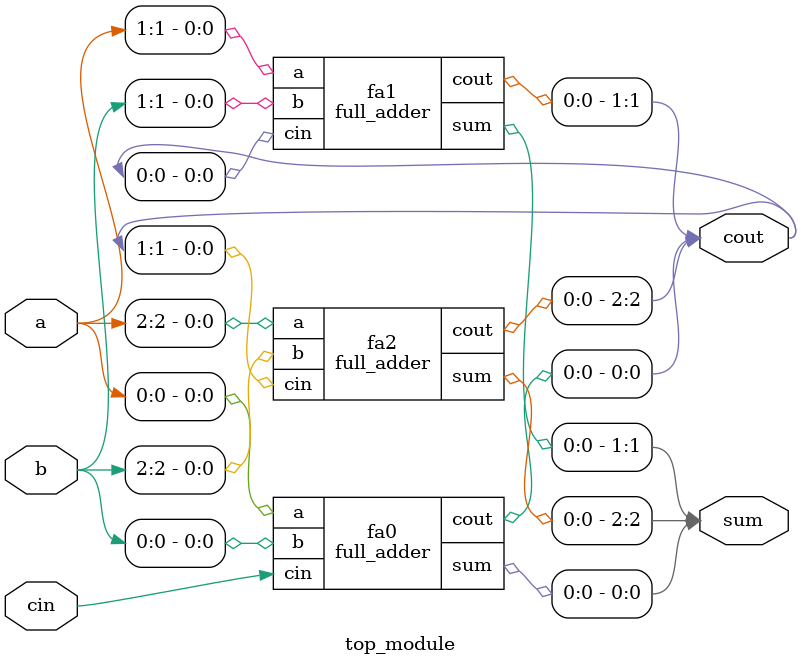
<source format=sv>
module full_adder(
    input a, b, cin,
    output cout, sum
  );

  assign sum = a ^ b ^ cin;
  assign cout = (a & b) | (a & cin) | (b & cin);
endmodule

module top_module(
    input [2:0] a, b,
    input cin,
    output [2:0] cout,
    output [2:0] sum
  );

  full_adder fa0(a[0], b[0], cin, cout[0], sum[0]);
  full_adder fa1(a[1], b[1], cout[0], cout[1], sum[1]);
  full_adder fa2(a[2], b[2], cout[1], cout[2], sum[2]);

`ifdef COCOTB_SIM

  initial
  begin
    $dumpfile ("top_module.vcd");
    $dumpvars (0, top_module);
    #1;
  end
`endif
endmodule

</source>
